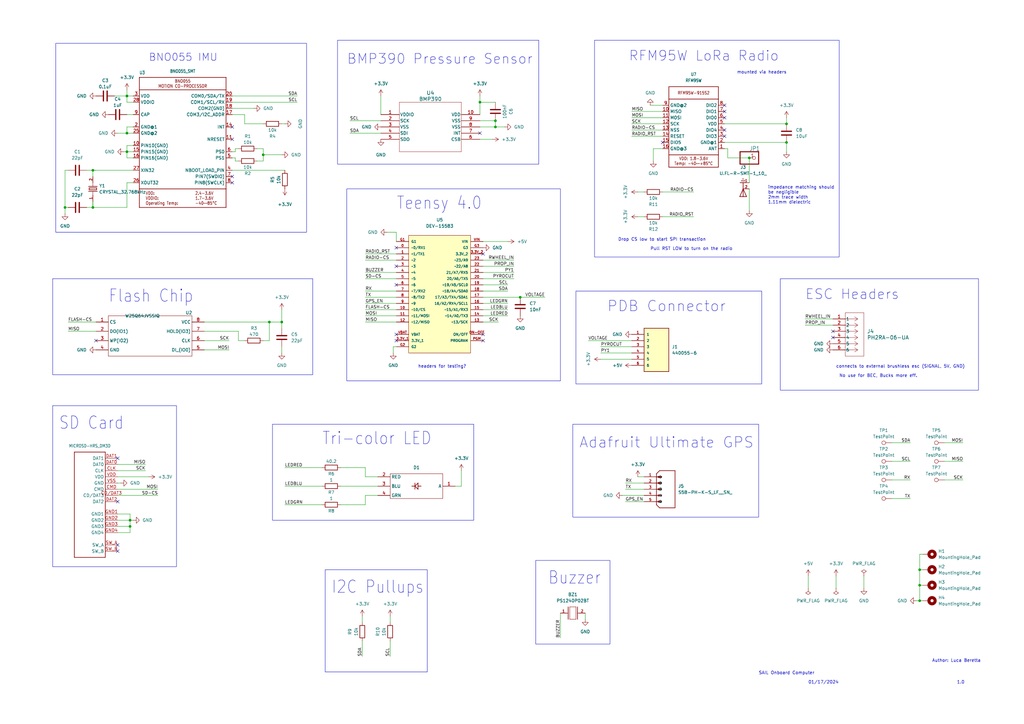
<source format=kicad_sch>
(kicad_sch (version 20230121) (generator eeschema)
  (paper "A3")
  (junction (at 307.34 64.77))
  (junction (at 52.07 62.23))
  (junction (at 213.36 121.92))
  (junction (at 26.67 85.09))
  (junction (at 52.07 54.61))
  (junction (at 115.57 132.08))
  (junction (at 322.58 58.42))
  (junction (at 110.49 132.08))
  (junction (at 196.85 41.91))
  (junction (at 377.19 246.38))
  (junction (at 53.34 215.9))
  (junction (at 38.1 69.85))
  (junction (at 377.19 233.68))
  (junction (at 107.95 63.5))
  (junction (at 203.2 49.53))
  (junction (at 203.2 52.07))
  (junction (at 322.58 50.8))
  (junction (at 53.34 213.36))
  (junction (at 377.19 240.03))
  (junction (at 52.07 39.37))
  (junction (at 38.1 85.09))
  (no_connect (at 162.56 137.16))
  (no_connect (at 297.18 43.18))
  (no_connect (at 95.25 72.39))
  (no_connect (at 196.85 54.61))
  (no_connect (at 95.25 74.93))
  (no_connect (at 48.26 187.96))
  (no_connect (at 162.56 101.6))
  (no_connect (at 297.18 53.34))
  (no_connect (at 95.25 52.07))
  (no_connect (at 39.37 139.7))
  (no_connect (at 162.56 116.84))
  (no_connect (at 297.18 55.88))
  (no_connect (at 48.26 226.06))
  (no_connect (at 95.25 57.15))
  (no_connect (at 341.63 138.43))
  (no_connect (at 341.63 135.89))
  (no_connect (at 198.12 137.16))
  (no_connect (at 297.18 45.72))
  (no_connect (at 297.18 48.26))
  (no_connect (at 48.26 223.52))
  (no_connect (at 48.26 205.74))
  (no_connect (at 162.56 139.7))
  (no_connect (at 198.12 139.7))
  (no_connect (at 162.56 109.22))
  (no_connect (at 198.12 104.14))
  (no_connect (at 271.78 58.42))
  (wire (pts (xy 54.61 213.36) (xy 53.34 213.36)))
  (wire (pts (xy 373.38 181.61) (xy 365.76 181.61)))
  (wire (pts (xy 394.97 189.23) (xy 387.35 189.23)))
  (wire (pts (xy 210.82 114.3) (xy 198.12 114.3)))
  (wire (pts (xy 52.07 62.23) (xy 54.61 62.23)))
  (wire (pts (xy 38.1 82.55) (xy 38.1 85.09)))
  (wire (pts (xy 297.18 50.8) (xy 322.58 50.8)))
  (wire (pts (xy 48.26 215.9) (xy 53.34 215.9)))
  (wire (pts (xy 38.1 82.55) (xy 38.1 85.09)) (stroke (width 0.1524)))
  (wire (pts (xy 139.7 191.77) (xy 142.24 191.77)))
  (wire (pts (xy 259.08 53.34) (xy 271.78 53.34)))
  (wire (pts (xy 149.86 106.68) (xy 162.56 106.68)))
  (wire (pts (xy 149.86 195.58) (xy 154.94 195.58)) (stroke (width 0.1524)))
  (wire (pts (xy 148.59 269.24) (xy 148.59 265.43)) (stroke (width 0.1524)))
  (wire (pts (xy 27.94 85.09) (xy 26.67 85.09)) (stroke (width 0.1524)))
  (wire (pts (xy 240.03 251.46) (xy 240.03 254)) (stroke (width 0.1524)))
  (wire (pts (xy 64.77 203.2) (xy 48.26 203.2)))
  (wire (pts (xy 213.36 121.92) (xy 223.52 121.92)))
  (wire (pts (xy 259.08 55.88) (xy 271.78 55.88)))
  (wire (pts (xy 96.52 66.04) (xy 97.79 66.04)))
  (wire (pts (xy 161.29 142.24) (xy 162.56 142.24)))
  (wire (pts (xy 354.33 236.22) (xy 354.33 241.3)))
  (wire (pts (xy 115.57 50.8) (xy 116.84 50.8)))
  (wire (pts (xy 208.28 119.38) (xy 198.12 119.38)))
  (wire (pts (xy 59.69 190.5) (xy 48.26 190.5)))
  (wire (pts (xy 149.86 191.77) (xy 149.86 195.58)) (stroke (width 0.1524)))
  (wire (pts (xy 198.12 121.92) (xy 213.36 121.92)))
  (wire (pts (xy 284.48 88.9) (xy 271.78 88.9)))
  (wire (pts (xy 116.84 199.39) (xy 132.08 199.39)) (stroke (width 0.1524)))
  (wire (pts (xy 100.33 50.8) (xy 100.33 46.99)))
  (wire (pts (xy 53.34 218.44) (xy 48.26 218.44)))
  (wire (pts (xy 256.54 205.74) (xy 264.16 205.74)))
  (wire (pts (xy 96.52 62.23) (xy 95.25 62.23)))
  (wire (pts (xy 148.59 262.89) (xy 148.59 265.43)))
  (wire (pts (xy 297.18 58.42) (xy 322.58 58.42)))
  (wire (pts (xy 83.82 135.89) (xy 97.79 135.89)))
  (wire (pts (xy 149.86 111.76) (xy 162.56 111.76)))
  (wire (pts (xy 96.52 60.96) (xy 96.52 62.23)))
  (wire (pts (xy 26.67 69.85) (xy 27.94 69.85)))
  (wire (pts (xy 210.82 111.76) (xy 198.12 111.76)))
  (wire (pts (xy 261.62 195.58) (xy 264.16 195.58)))
  (wire (pts (xy 139.7 207.01) (xy 142.24 207.01)))
  (wire (pts (xy 149.86 114.3) (xy 162.56 114.3)))
  (wire (pts (xy 48.26 210.82) (xy 53.34 210.82)))
  (wire (pts (xy 259.08 50.8) (xy 271.78 50.8)))
  (wire (pts (xy 255.27 203.2) (xy 264.16 203.2)))
  (wire (pts (xy 35.56 69.85) (xy 38.1 69.85)))
  (wire (pts (xy 394.97 196.85) (xy 387.35 196.85)))
  (wire (pts (xy 149.86 203.2) (xy 154.94 203.2)) (stroke (width 0.1524)))
  (wire (pts (xy 149.86 129.54) (xy 162.56 129.54)))
  (wire (pts (xy 116.84 207.01) (xy 132.08 207.01)) (stroke (width 0.1524)))
  (wire (pts (xy 93.98 139.7) (xy 83.82 139.7)))
  (wire (pts (xy 160.02 255.27) (xy 160.02 252.73)) (stroke (width 0.1524)))
  (wire (pts (xy 297.18 60.96) (xy 298.45 60.96)))
  (wire (pts (xy 50.8 62.23) (xy 52.07 62.23)))
  (wire (pts (xy 53.34 213.36) (xy 53.34 215.9)))
  (wire (pts (xy 52.07 52.07) (xy 52.07 54.61)))
  (wire (pts (xy 196.85 52.07) (xy 203.2 52.07)))
  (wire (pts (xy 27.94 135.89) (xy 39.37 135.89)))
  (wire (pts (xy 52.07 39.37) (xy 52.07 41.91)) (stroke (width 0.1524)))
  (wire (pts (xy 256.54 198.12) (xy 264.16 198.12)))
  (wire (pts (xy 26.67 69.85) (xy 26.67 85.09)) (stroke (width 0.1524)))
  (wire (pts (xy 96.52 64.77) (xy 95.25 64.77)))
  (wire (pts (xy 38.1 69.85) (xy 54.61 69.85)))
  (wire (pts (xy 59.69 193.04) (xy 48.26 193.04)))
  (wire (pts (xy 261.62 88.9) (xy 264.16 88.9)))
  (wire (pts (xy 373.38 189.23) (xy 365.76 189.23)))
  (wire (pts (xy 52.07 36.83) (xy 52.07 39.37)) (stroke (width 0.1524)))
  (wire (pts (xy 158.75 95.25) (xy 162.56 95.25)))
  (wire (pts (xy 149.86 124.46) (xy 162.56 124.46)))
  (wire (pts (xy 330.2 130.81) (xy 341.63 130.81)))
  (wire (pts (xy 208.28 127) (xy 198.12 127)))
  (wire (pts (xy 115.57 127) (xy 115.57 132.08)))
  (wire (pts (xy 54.61 52.07) (xy 52.07 52.07)))
  (wire (pts (xy 208.28 124.46) (xy 198.12 124.46)))
  (wire (pts (xy 52.07 46.99) (xy 54.61 46.99)))
  (wire (pts (xy 149.86 119.38) (xy 162.56 119.38)))
  (wire (pts (xy 110.49 132.08) (xy 115.57 132.08)) (stroke (width 0.1524)))
  (wire (pts (xy 54.61 64.77) (xy 52.07 64.77)))
  (wire (pts (xy 196.85 41.91) (xy 203.2 41.91)))
  (wire (pts (xy 377.19 233.68) (xy 377.19 227.33)))
  (wire (pts (xy 97.79 139.7) (xy 97.79 135.89)))
  (wire (pts (xy 142.24 199.39) (xy 154.94 199.39)) (stroke (width 0.1524)))
  (wire (pts (xy 104.14 44.45) (xy 95.25 44.45)))
  (wire (pts (xy 107.95 60.96) (xy 107.95 63.5)))
  (wire (pts (xy 52.07 54.61) (xy 54.61 54.61)))
  (wire (pts (xy 149.86 104.14) (xy 162.56 104.14)))
  (wire (pts (xy 53.34 215.9) (xy 53.34 218.44)))
  (wire (pts (xy 110.49 139.7) (xy 110.49 132.08)) (stroke (width 0.1524)))
  (wire (pts (xy 53.34 210.82) (xy 53.34 213.36)))
  (wire (pts (xy 378.46 246.38) (xy 377.19 246.38)))
  (wire (pts (xy 48.26 213.36) (xy 53.34 213.36)))
  (wire (pts (xy 377.19 233.68) (xy 377.19 240.03)))
  (wire (pts (xy 256.54 200.66) (xy 264.16 200.66)))
  (wire (pts (xy 208.28 99.06) (xy 198.12 99.06)))
  (wire (pts (xy 121.92 39.37) (xy 95.25 39.37)))
  (wire (pts (xy 267.97 60.96) (xy 271.78 60.96)))
  (wire (pts (xy 142.24 191.77) (xy 149.86 191.77)) (stroke (width 0.1524)))
  (wire (pts (xy 54.61 41.91) (xy 52.07 41.91)) (stroke (width 0.1524)))
  (wire (pts (xy 139.7 199.39) (xy 142.24 199.39)))
  (wire (pts (xy 38.1 72.39) (xy 38.1 69.85)) (stroke (width 0.1524)))
  (wire (pts (xy 298.45 60.96) (xy 298.45 64.77)))
  (wire (pts (xy 203.2 52.07) (xy 203.2 49.53)))
  (wire (pts (xy 203.2 49.53) (xy 196.85 49.53)))
  (wire (pts (xy 142.24 207.01) (xy 149.86 207.01)) (stroke (width 0.1524)))
  (wire (pts (xy 97.79 139.7) (xy 100.33 139.7)))
  (wire (pts (xy 38.1 85.09) (xy 52.07 85.09)))
  (wire (pts (xy 46.99 39.37) (xy 52.07 39.37)) (stroke (width 0.1524)))
  (wire (pts (xy 342.9 236.22) (xy 342.9 241.3)))
  (wire (pts (xy 107.95 63.5) (xy 107.95 66.04)))
  (wire (pts (xy 207.01 52.07) (xy 203.2 52.07)))
  (wire (pts (xy 210.82 109.22) (xy 198.12 109.22)))
  (wire (pts (xy 60.96 195.58) (xy 48.26 195.58)))
  (wire (pts (xy 116.84 191.77) (xy 132.08 191.77)) (stroke (width 0.1524)))
  (wire (pts (xy 27.94 132.08) (xy 39.37 132.08)))
  (wire (pts (xy 204.47 132.08) (xy 198.12 132.08)))
  (wire (pts (xy 149.86 132.08) (xy 162.56 132.08)))
  (wire (pts (xy 35.56 85.09) (xy 38.1 85.09)) (stroke (width 0.1524)))
  (wire (pts (xy 93.98 143.51) (xy 83.82 143.51)))
  (wire (pts (xy 394.97 181.61) (xy 387.35 181.61)))
  (wire (pts (xy 196.85 41.91) (xy 196.85 46.99)))
  (wire (pts (xy 26.67 85.09) (xy 26.67 87.63)) (stroke (width 0.1524)))
  (wire (pts (xy 52.07 62.23) (xy 52.07 64.77)))
  (wire (pts (xy 284.48 78.74) (xy 271.78 78.74)))
  (wire (pts (xy 330.2 133.35) (xy 341.63 133.35)))
  (wire (pts (xy 52.07 59.69) (xy 52.07 62.23)))
  (wire (pts (xy 210.82 106.68) (xy 198.12 106.68)))
  (wire (pts (xy 107.95 50.8) (xy 100.33 50.8)))
  (wire (pts (xy 143.51 54.61) (xy 156.21 54.61)))
  (wire (pts (xy 148.59 255.27) (xy 148.59 252.73)) (stroke (width 0.1524)))
  (wire (pts (xy 261.62 78.74) (xy 264.16 78.74)))
  (wire (pts (xy 48.26 54.61) (xy 52.07 54.61)))
  (wire (pts (xy 373.38 196.85) (xy 365.76 196.85)))
  (wire (pts (xy 96.52 66.04) (xy 96.52 64.77)))
  (wire (pts (xy 229.87 251.46) (xy 229.87 261.62)) (stroke (width 0.1524)))
  (wire (pts (xy 161.29 144.78) (xy 161.29 142.24)))
  (wire (pts (xy 156.21 39.37) (xy 156.21 46.99)))
  (wire (pts (xy 201.93 57.15) (xy 196.85 57.15)))
  (wire (pts (xy 107.95 139.7) (xy 110.49 139.7)) (stroke (width 0.1524)))
  (wire (pts (xy 298.45 64.77) (xy 307.34 64.77)))
  (wire (pts (xy 107.95 63.5) (xy 115.57 63.5)))
  (wire (pts (xy 100.33 46.99) (xy 95.25 46.99)))
  (wire (pts (xy 365.76 204.47) (xy 373.38 204.47)))
  (wire (pts (xy 107.95 66.04) (xy 105.41 66.04)))
  (wire (pts (xy 246.38 147.32) (xy 259.08 147.32)))
  (wire (pts (xy 83.82 132.08) (xy 110.49 132.08)) (stroke (width 0.1524)))
  (wire (pts (xy 105.41 60.96) (xy 107.95 60.96)))
  (wire (pts (xy 115.57 144.78) (xy 115.57 142.24)))
  (wire (pts (xy 266.7 43.18) (xy 271.78 43.18)))
  (wire (pts (xy 52.07 74.93) (xy 52.07 85.09)) (stroke (width 0.1524)))
  (wire (pts (xy 115.57 132.08) (xy 115.57 134.62)) (stroke (width 0.1524)))
  (wire (pts (xy 322.58 48.26) (xy 322.58 50.8)))
  (wire (pts (xy 259.08 48.26) (xy 271.78 48.26)))
  (wire (pts (xy 377.19 233.68) (xy 378.46 233.68)))
  (wire (pts (xy 331.47 241.3) (xy 331.47 236.22)))
  (wire (pts (xy 189.23 193.04) (xy 189.23 199.39)))
  (wire (pts (xy 208.28 116.84) (xy 198.12 116.84)))
  (wire (pts (xy 52.07 74.93) (xy 54.61 74.93)) (stroke (width 0.1524)))
  (wire (pts (xy 97.79 60.96) (xy 96.52 60.96)))
  (wire (pts (xy 246.38 144.78) (xy 259.08 144.78)))
  (wire (pts (xy 307.34 64.77) (xy 307.34 74.93)))
  (wire (pts (xy 307.34 77.47) (xy 307.34 86.36)))
  (wire (pts (xy 189.23 199.39) (xy 186.69 199.39)))
  (wire (pts (xy 246.38 142.24) (xy 259.08 142.24)))
  (wire (pts (xy 38.1 69.85) (xy 39.37 69.85)) (stroke (width 0.1524)))
  (wire (pts (xy 196.85 39.37) (xy 196.85 41.91)))
  (wire (pts (xy 49.53 198.12) (xy 48.26 198.12)))
  (wire (pts (xy 149.86 127) (xy 162.56 127)))
  (wire (pts (xy 54.61 59.69) (xy 52.07 59.69)))
  (wire (pts (xy 149.86 121.92) (xy 162.56 121.92)))
  (wire (pts (xy 259.08 45.72) (xy 271.78 45.72)))
  (wire (pts (xy 208.28 129.54) (xy 198.12 129.54)))
  (wire (pts (xy 149.86 207.01) (xy 149.86 203.2)) (stroke (width 0.1524)))
  (wire (pts (xy 267.97 60.96) (xy 267.97 66.04)))
  (wire (pts (xy 143.51 49.53) (xy 156.21 49.53)))
  (wire (pts (xy 121.92 41.91) (xy 95.25 41.91)))
  (wire (pts (xy 378.46 227.33) (xy 377.19 227.33)))
  (wire (pts (xy 160.02 262.89) (xy 160.02 269.24)))
  (wire (pts (xy 377.19 240.03) (xy 377.19 246.38)))
  (wire (pts (xy 322.58 58.42) (xy 322.58 62.23)))
  (wire (pts (xy 162.56 95.25) (xy 162.56 99.06)))
  (wire (pts (xy 95.25 69.85) (xy 116.84 69.85)))
  (wire (pts (xy 378.46 240.03) (xy 377.19 240.03)))
  (wire (pts (xy 54.61 39.37) (xy 52.07 39.37)) (stroke (width 0.1524)))
  (wire (pts (xy 64.77 200.66) (xy 48.26 200.66)))
  (wire (pts (xy 377.19 246.38) (xy 375.92 246.38)))
  (wire (pts (xy 241.3 139.7) (xy 259.08 139.7)))
  (rectangle (start 133.35 233.68) (end 175.26 275.59))
  (rectangle (start 236.22 119.38) (end 312.42 157.48))
  (rectangle (start 21.59 114.3) (end 128.27 153.67))
  (rectangle (start 22.86 17.78) (end 125.73 95.25))
  (rectangle (start 320.04 114.3) (end 401.32 160.02))
  (rectangle (start 142.24 77.47) (end 229.87 156.21))
  (rectangle (start 219.71 229.87) (end 250.19 264.16))
  (rectangle (start 111.76 173.99) (end 194.31 213.36))
  (rectangle (start 234.95 173.99) (end 311.15 212.09))
  (rectangle (start 243.84 16.51) (end 344.17 105.41))
  (rectangle (start 138.43 16.51) (end 220.98 67.31))
  (rectangle (start 21.59 166.37) (end 72.39 232.41))
  (text "headers for testing?" (at 171.45 151.13 0) (effects (font (size 1.27 1.27)) (justify left bottom)))
  (text "Flash Chip" (at 44.45 124.46 0) (effects (font (size 5.08 4.318)) (justify left bottom)))
  (text "BMP390 Pressure Sensor" (at 142.24 26.67 0) (effects (font (size 4 4)) (justify left bottom)))
  (text "Teensy 4.0" (at 162.56 86.36 0) (effects (font (size 5.08 4.318)) (justify left bottom)))
  (text "Author: Luca Beretta" (at 382.27 271.78 0) (effects (font (size 1.27 1.27)) (justify left bottom)))
  (text "Buzzer" (at 224.79 240.03 0) (effects (font (size 5.08 4.318)) (justify left bottom)))
  (text "connects to external brushless esc (SIGNAL, 5V, GND)\n" (at 342.9 151.13 0) (effects (font (size 1.27 1.27)) (justify left bottom)))
  (text "SD Card" (at 24.13 176.53 0) (effects (font (size 5.08 4.318)) (justify left bottom)))
  (text "01/17/2024" (at 331.47 280.67 0) (effects (font (size 1.27 1.27)) (justify left bottom)))
  (text "Drop CS low to start SPI transaction" (at 289.56 99.06 0) (effects (font (size 1.27 1.27)) (justify right bottom)))
  (text "ESC Headers" (at 330.2 123.19 0) (effects (font (size 4 4)) (justify left bottom)))
  (text "1.0" (at 392.43 280.67 0) (effects (font (size 1.27 1.27)) (justify left bottom)))
  (text "PDB Connector" (at 248.92 128.27 0) (effects (font (size 4.318 4.318)) (justify left bottom)))
  (text "BNO055 IMU\n" (at 60.96 25.4 0) (effects (font (size 3 3)) (justify left bottom)))
  (text "SAIL Onboard Computer\n" (at 311.15 276.86 0) (effects (font (size 1.27 1.27)) (justify left bottom)))
  (text "RFM95W LoRa Radio" (at 257.81 25.4 0) (effects (font (size 4 4)) (justify left bottom)))
  (text "mounted via headers" (at 302.26 30.48 0) (effects (font (size 1.27 1.27)) (justify left bottom)))
  (text "impedance matching should\nbe negligible\n2mm trace width\n1.11mm dielectric" (at 314.96 83.82 0) (effects (font (size 1.27 1.27)) (justify left bottom)))
  (text "No use for BEC, Bucks more eff." (at 344.17 154.94 0) (effects (font (size 1.27 1.27)) (justify left bottom)))
  (text "Pull RST LOW to turn on the radio" (at 266.7 102.87 0) (effects (font (size 1.27 1.27)) (justify left bottom)))
  (text "Adafruit Ultimate GPS \n" (at 237.49 184.15 0) (effects (font (size 4.318 4.318)) (justify left bottom)))
  (text "I2C Pullups" (at 135.89 243.84 0) (effects (font (size 5.08 4.318)) (justify left bottom)))
  (text "Tri-color LED" (at 132.08 182.88 0) (effects (font (size 5.08 4.318)) (justify left bottom)))
  (label "SDA" (at 208.28 119.38 180))
  (label "MISO" (at 259.08 45.72 0) (effects (font (size 1.2446 1.2446))))
  (label "SCK" (at 93.98 139.7 180) (effects (font (size 1.2446 1.2446))))
  (label "RX" (at 373.38 196.85 180) (effects (font (size 1.2446 1.2446))))
  (label "PYROCUT" (at 246.38 142.24 0))
  (label "LEDGRN" (at 116.84 207.01 0) (effects (font (size 1.2446 1.2446))))
  (label "RADIO-CS" (at 259.08 53.34 0) (effects (font (size 1.2446 1.2446))))
  (label "LEDBLU" (at 208.28 127 180) (effects (font (size 1.2446 1.2446))))
  (label "RADIO_RST" (at 284.48 88.9 180) (effects (font (size 1.2446 1.2446))))
  (label "FLASH-CS" (at 149.86 127 0))
  (label "SCK" (at 394.97 196.85 180) (effects (font (size 1.2446 1.2446))))
  (label "MISO" (at 394.97 189.23 180) (effects (font (size 1.2446 1.2446))))
  (label "PROP_IN" (at 330.2 133.35 0))
  (label "VOLTAGE" (at 241.3 139.7 0) (effects (font (size 1.2446 1.2446))))
  (label "TX" (at 149.86 121.92 0))
  (label "RWHEEL_IN" (at 330.2 130.81 0))
  (label "RADIO-CS" (at 284.48 78.74 180) (effects (font (size 1.2446 1.2446))))
  (label "TX" (at 256.54 200.66 0) (effects (font (size 1.2446 1.2446))))
  (label "MOSI" (at 394.97 181.61 180) (effects (font (size 1.2446 1.2446))))
  (label "PY1" (at 246.38 144.78 0))
  (label "MOSI" (at 93.98 143.51 180) (effects (font (size 1.2446 1.2446))))
  (label "BUZZER" (at 229.87 261.62 90) (effects (font (size 1.2446 1.2446))))
  (label "RWHEEL_IN" (at 210.82 106.68 180))
  (label "PYROCUT" (at 210.82 114.3 180))
  (label "SDA" (at 143.51 54.61 0) (effects (font (size 1.2446 1.2446))))
  (label "PY1" (at 210.82 111.76 180))
  (label "MOSI" (at 64.77 200.66 180) (effects (font (size 1.2446 1.2446))))
  (label "MISO" (at 59.69 190.5 180))
  (label "RADIO_RST" (at 149.86 104.14 0))
  (label "LEDRED" (at 208.28 129.54 180) (effects (font (size 1.2446 1.2446))))
  (label "SCK" (at 259.08 50.8 0) (effects (font (size 1.2446 1.2446))))
  (label "VOLTAGE" (at 223.52 121.92 180))
  (label "SD-CS" (at 64.77 203.2 180) (effects (font (size 1.2446 1.2446))))
  (label "MISO" (at 149.86 132.08 0))
  (label "SCL" (at 143.51 49.53 0) (effects (font (size 1.2446 1.2446))))
  (label "LEDRED" (at 116.84 191.77 0) (effects (font (size 1.2446 1.2446))))
  (label "FLASH-CS" (at 27.94 132.08 0) (effects (font (size 1.2446 1.2446))))
  (label "SCL" (at 160.02 269.24 90) (effects (font (size 1.2446 1.2446))))
  (label "LEDBLU" (at 116.84 199.39 0) (effects (font (size 1.2446 1.2446))))
  (label "RX" (at 149.86 119.38 0))
  (label "GPS_EN" (at 256.54 205.74 0) (effects (font (size 1.2446 1.2446))))
  (label "SCK" (at 204.47 132.08 180))
  (label "MOSI" (at 259.08 48.26 0) (effects (font (size 1.2446 1.2446))))
  (label "MISO" (at 27.94 135.89 0) (effects (font (size 1.2446 1.2446))))
  (label "SD-CS" (at 149.86 114.3 0) (effects (font (size 1.2446 1.2446))))
  (label "TX" (at 373.38 204.47 180) (effects (font (size 1.2446 1.2446))))
  (label "PROP_IN" (at 210.82 109.22 180))
  (label "SCL" (at 373.38 189.23 180) (effects (font (size 1.2446 1.2446))))
  (label "SCK" (at 59.69 193.04 180))
  (label "SCL" (at 121.92 41.91 180) (effects (font (size 1.2446 1.2446))))
  (label "SCL" (at 208.28 116.84 180))
  (label "LEDGRN" (at 208.28 124.46 180) (effects (font (size 1.2446 1.2446))))
  (label "SDA" (at 121.92 39.37 180) (effects (font (size 1.2446 1.2446))))
  (label "SDA" (at 148.59 269.24 90) (effects (font (size 1.2446 1.2446))))
  (label "RADIO-CS" (at 149.86 106.68 0))
  (label "MOSI" (at 149.86 129.54 0))
  (label "BUZZER" (at 149.86 111.76 0) (effects (font (size 1.2446 1.2446))))
  (label "RADIO_RST" (at 259.08 55.88 0) (effects (font (size 1.2446 1.2446))))
  (label "SDA" (at 373.38 181.61 180) (effects (font (size 1.2446 1.2446))))
  (label "RX" (at 256.54 198.12 0) (effects (font (size 1.2446 1.2446))))
  (label "GPS_EN" (at 149.86 124.46 0) (effects (font (size 1.2446 1.2446))))
  (symbol (lib_id "power:+3.3V") (at 116.84 77.47 180) (unit 1)
    (property "Reference" "#PWR016" (effects hide))
    (property "Value" "+3.3V" (at 116.84 83.82 0))
  )
  (symbol (lib_id "Device:R") (at 267.97 88.9 90) (unit 1)
    (property "Reference" "R12" (at 267.97 93.98 90))
    (property "Value" "10k" (at 267.97 91.44 90))
    (property "Footprint" "CustomFootprintLib:0805-NO-Resistor" (effects hide))
    (property "Datasheet" "https://www.seielect.com/catalog/sei-rmcf_rmcp.pdf" (effects hide))
    (property "Distributor" "DigiKey" (effects hide))
    (property "Item #" "15" (effects hide))
    (property "Manufacturer" "Stackpole Electronics Inc" (effects hide))
    (property "Mfg Part #" "RMCF0805FT10K0" (effects hide))
    (property "Package/Footprint" "0805" (effects hide))
    (property "Price" "$0.10" (effects hide))
    (property "Product URL" "https://www.digikey.com/en/products/detail/stackpole-electronics-inc/RMCF0805FT10K0/1760676" (effects hide))
    (property "Type" "SMD" (effects hide))
  )
  (symbol (lib_id "power:GND") (at 322.58 62.23 0) (mirror y) (unit 1)
    (property "Reference" "#PWR043" (effects hide))
    (property "Value" "GND" (at 322.58 67.31 0))
  )
  (symbol (lib_id "power:GND") (at 259.08 137.16 270) (unit 1)
    (property "Reference" "#PWR033" (effects hide))
    (property "Value" "GND" (at 255.27 137.16 90) (effects (justify right)))
  )
  (symbol (lib_id "CustomComponents:440055-6_6POS_2MM") (at 269.24 144.78 0) (unit 1)
    (property "Reference" "J1" (at 275.59 142.24 0) (effects (justify left)))
    (property "Value" "440055-6" (at 275.59 144.78 0) (effects (justify left)))
    (property "Footprint" "CustomFootprintLib:TE_440055-6_6POS_2MM" (effects hide))
    (property "Datasheet" "https://www.te.com/usa-en/product-440055-6.datasheet.pdf" (effects hide))
    (property "Distributor" "DigiKey" (effects hide))
    (property "Item #" "10" (effects hide))
    (property "Manufacturer" "TE Connectivity AMP Connectors" (effects hide))
    (property "Mfg Part #" "440055-6" (effects hide))
    (property "Price" "$0.41" (effects hide))
    (property "Product URL" "https://www.digikey.com/en/products/detail/te-connectivity-amp-connectors/440055-6/2077950" (effects hide))
    (property "Type" "THT" (effects hide))
  )
  (symbol (lib_id "power:+3.3V") (at 201.93 57.15 270) (unit 1)
    (property "Reference" "#PWR027" (effects hide))
    (property "Value" "+3.3V" (at 205.74 57.15 90) (effects (justify left)))
  )
  (symbol (lib_id "Device:C") (at 115.57 138.43 0) (unit 1)
    (property "Reference" "C5" (at 119.38 137.16 0) (effects (justify left)))
    (property "Value" "22pF" (at 119.38 139.7 0) (effects (justify left)))
    (property "Footprint" "CustomFootprintLib:0805-NO (Capacitor)" (effects hide))
    (property "Datasheet" "https://mm.digikey.com/Volume0/opasdata/d220001/medias/docus/41/CL21C220JBANNNC_Spec.pdf" (effects hide))
    (property "Distributor" "DigiKey" (effects hide))
    (property "Item #" "2" (effects hide))
    (property "Manufacturer" "Samsung Electro-Mechanics" (effects hide))
    (property "Mfg Part #" "CL21C220JBANNNC" (effects hide))
    (property "Package/Footprint" "0805" (effects hide))
    (property "Price" "$0.10" (effects hide))
    (property "Product URL" "https://www.digikey.com/en/products/detail/samsung-electro-mechanics/CL21C220JBANNNC/3886705" (effects hide))
    (property "Type" "SMD" (effects hide))
  )
  (symbol (lib_id "CustomComponents:HEADER-1X1ROUND") (at 309.88 64.77 0) (unit 1)
    (property "Reference" "JP1" (at 307.34 60.96 0) (effects (font (size 1.778 1.5113)) (justify left)))
    (property "Value" "HEADER-1X1ROUND" (effects hide))
    (property "Footprint" "CustomFootprintLib:1X01_ROUND" (effects hide))
    (property "Datasheet" "-" (effects hide))
    (property "Distributor" "-" (effects hide))
    (property "Item #" "14" (effects hide))
    (property "Manufacturer" "-" (effects hide))
    (property "Mfg Part #" "-" (effects hide))
    (property "Notes" "-" (effects hide))
    (property "Package/Footprint" "-" (effects hide))
    (property "Price" "-" (effects hide))
    (property "Product URL" "-" (effects hide))
    (property "Type" "-" (effects hide))
  )
  (symbol (lib_id "power:GND") (at 198.12 101.6 90) (unit 1)
    (property "Reference" "#PWR026" (effects hide))
    (property "Value" "GND" (at 201.93 101.6 90) (effects (justify right)))
  )
  (symbol (lib_id "Device:C") (at 322.58 54.61 180) (unit 1)
    (property "Reference" "C8" (at 326.39 53.34 0) (effects (justify right)))
    (property "Value" "10uF" (at 326.39 55.88 0) (effects (justify right)))
    (property "Footprint" "CustomFootprintLib:0805-NO (Capacitor)" (effects hide))
    (property "Datasheet" "https://product.tdk.com/system/files/dam/doc/product/capacitor/ceramic/mlcc/catalog/mlcc_commercial_general_en.pdf" (effects hide))
    (property "Distributor" "DigiKey" (effects hide))
    (property "Item #" "7" (effects hide))
    (property "Manufacturer" "TDK Corporation" (effects hide))
    (property "Mfg Part #" "C2012X5R1V106K125AC" (effects hide))
    (property "Package/Footprint" "0805" (effects hide))
    (property "Price" "$0.66" (effects hide))
    (property "Product URL" "https://www.digikey.com/en/products/detail/tdk-corporation/C2012X5R1V106K125AC/3951654" (effects hide))
    (property "Type" "SMD" (effects hide))
  )
  (symbol (lib_id "power:GND") (at 39.37 39.37 270) (unit 1)
    (property "Reference" "#PWR02" (effects hide))
    (property "Value" "GND" (at 35.56 39.37 90) (effects (justify right)))
  )
  (symbol (lib_id "Connector:TestPoint") (at 387.35 196.85 90) (unit 1)
    (property "Reference" "TP7" (at 384.048 191.77 90))
    (property "Value" "TestPoint" (at 384.048 194.31 90))
    (property "Footprint" "TestPoint:TestPoint_Pad_2.0x2.0mm" (effects hide))
    (property "Distributor" "-" (effects hide))
    (property "Item #" "20" (effects hide))
    (property "Manufacturer" "-" (effects hide))
    (property "Mfg Part #" "-" (effects hide))
    (property "Notes" "TestPoint" (effects hide))
    (property "Package/Footprint" "-" (effects hide))
    (property "Price" "-" (effects hide))
    (property "Product URL" "-" (effects hide))
  )
  (symbol (lib_id "power:GND") (at 115.57 144.78 0) (unit 1)
    (property "Reference" "#PWR014" (effects hide))
    (property "Value" "GND" (at 115.57 149.86 0))
  )
  (symbol (lib_id "power:GND") (at 115.57 63.5 90) (unit 1)
    (property "Reference" "#PWR012" (effects hide))
    (property "Value" "GND" (at 119.38 63.5 90) (effects (justify right)))
  )
  (symbol (lib_id "CustomComponents:U.FL-R-SMT-1_10_") (at 304.8 77.47 180) (unit 1)
    (property "Reference" "J3" (at 304.8 68.58 0))
    (property "Value" "U.FL-R-SMT-1_10_" (at 304.8 71.12 0))
    (property "Footprint" "CustomFootprintLib:CONN1_UFL-R_HIR" (effects hide))
    (property "Datasheet" "https://mm.digikey.com/Volume0/opasdata/d220001/medias/docus/4832/EDC3-302540-10.tif.pdf" (effects hide))
    (property "Distributor" "DigiKey" (effects hide))
    (property "Item #" "11" (effects hide))
    (property "Manufacturer" "Hirose Electric Co Ltd" (effects hide))
    (property "Mfg Part #" "U.FL-R-SMT-1(10)" (effects hide))
    (property "Price" "$1.35" (effects hide))
    (property "Product URL" "https://www.digikey.com/en/products/detail/hirose-electric-co-ltd/U-FL-R-SMT-1-10/2391570" (effects hide))
    (property "Type" "SMD" (effects hide))
  )
  (symbol (lib_id "power:+3.3V") (at 189.23 193.04 0) (unit 1)
    (property "Reference" "#PWR024" (effects hide))
    (property "Value" "+3.3V" (at 189.23 187.96 0))
  )
  (symbol (lib_id "power:GND") (at 48.26 54.61 270) (unit 1)
    (property "Reference" "#PWR05" (effects hide))
    (property "Value" "GND" (at 44.45 54.61 90) (effects (justify right)))
  )
  (symbol (lib_id "CustomComponents:Diffused_RGB_(tri-color)_LED_-_Common_Anode") (at 160.02 185.42 0) (unit 1)
    (property "Reference" "D1" (at 170.815 191.77 0))
    (property "Value" "TRI-COLOR LED" (effects hide))
    (property "Footprint" "CustomFootprintLib:LED_D5.0mm-4_RGB" (effects hide))
    (property "Datasheet" "https://cdn-shop.adafruit.com/datasheets/FD-5WSRGB-A.pdf" (effects hide))
    (property "Distributor" "DigiKey" (effects hide))
    (property "Item #" "8" (effects hide))
    (property "Manufacturer" "Adafruit" (effects hide))
    (property "Mfg Part #" "159" (effects hide))
    (property "Package/Footprint" "0805" (effects hide))
    (property "Price" "$2.00" (effects hide))
    (property "Product URL" "https://www.adafruit.com/product/159" (effects hide))
    (property "Type" "THT" (effects hide))
  )
  (symbol (lib_id "Device:R") (at 160.02 259.08 180) (unit 1)
    (property "Reference" "R10" (at 154.94 259.08 90))
    (property "Value" "10k" (at 157.48 259.08 90))
    (property "Footprint" "CustomFootprintLib:0805-NO-Resistor" (effects hide))
    (property "Datasheet" "https://www.seielect.com/catalog/sei-rmcf_rmcp.pdf" (effects hide))
    (property "Distributor" "DigiKey" (effects hide))
    (property "Item #" "15" (effects hide))
    (property "Manufacturer" "Stackpole Electronics Inc" (effects hide))
    (property "Mfg Part #" "RMCF0805FT10K0" (effects hide))
    (property "Package/Footprint" "0805" (effects hide))
    (property "Price" "$0.10" (effects hide))
    (property "Product URL" "https://www.digikey.com/en/products/detail/stackpole-electronics-inc/RMCF0805FT10K0/1760676" (effects hide))
    (property "Type" "SMD" (effects hide))
  )
  (symbol (lib_id "power:GND") (at 341.63 143.51 270) (unit 1)
    (property "Reference" "#PWR046" (effects hide))
    (property "Value" "GND" (at 337.82 143.51 90) (effects (justify right)))
  )
  (symbol (lib_id "power:+5V") (at 208.28 99.06 270) (unit 1)
    (property "Reference" "#PWR029" (effects hide))
    (property "Value" "+5V" (at 212.09 99.06 90) (effects (justify left)))
  )
  (symbol (lib_id "Mechanical:MountingHole_Pad") (at 381 233.68 270) (unit 1)
    (property "Reference" "H2" (at 384.81 232.41 90) (effects (justify left)))
    (property "Value" "MountingHole_Pad" (at 384.81 234.95 90) (effects (justify left)))
    (property "Footprint" "MountingHole:MountingHole_3mm_Pad" (effects hide))
    (property "Item #" "9" (effects hide))
    (property "Manufacturer" "-" (effects hide))
    (property "Mfg Part #" "-" (effects hide))
    (property "Notes" "-" (effects hide))
    (property "Package/Footprint" "-" (effects hide))
    (property "Price" "-" (effects hide))
    (property "Product URL" "-" (effects hide))
    (property "Type" "-" (effects hide))
  )
  (symbol (lib_id "Device:C") (at 31.75 85.09 90) (unit 1)
    (property "Reference" "C2" (at 31.75 77.47 90))
    (property "Value" "22pF" (at 31.75 80.01 90))
    (property "Footprint" "CustomFootprintLib:0805-NO (Capacitor)" (effects hide))
    (property "Datasheet" "https://mm.digikey.com/Volume0/opasdata/d220001/medias/docus/41/CL21C220JBANNNC_Spec.pdf" (effects hide))
    (property "Distributor" "DigiKey" (effects hide))
    (property "Item #" "2" (effects hide))
    (property "Manufacturer" "Samsung Electro-Mechanics" (effects hide))
    (property "Mfg Part #" "CL21C220JBANNNC" (effects hide))
    (property "Package/Footprint" "0805" (effects hide))
    (property "Price" "$0.10" (effects hide))
    (property "Product URL" "https://www.digikey.com/en/products/detail/samsung-electro-mechanics/CL21C220JBANNNC/3886705" (effects hide))
    (property "Type" "SMD" (effects hide))
  )
  (symbol (lib_id "power:GND") (at 116.84 50.8 90) (unit 1)
    (property "Reference" "#PWR015" (effects hide))
    (property "Value" "GND" (at 123.19 50.8 0))
  )
  (symbol (lib_id "power:PWR_FLAG") (at 342.9 241.3 0) (mirror x) (unit 1)
    (property "Reference" "#FLG02" (effects hide))
    (property "Value" "PWR_FLAG" (at 342.9 246.38 0))
  )
  (symbol (lib_id "power:GND") (at 240.03 254 0) (unit 1)
    (property "Reference" "#PWR031" (effects hide))
    (property "Value" "GND" (at 240.03 259.08 0))
  )
  (symbol (lib_id "CustomComponents:BMP390") (at 156.21 46.99 0) (unit 1)
    (property "Reference" "U4" (at 176.53 38.1 0) (effects (font (size 1.524 1.524))))
    (property "Value" "BMP390" (at 176.53 40.64 0) (effects (font (size 1.524 1.524))))
    (property "Footprint" "CustomFootprintLib:LGA10_BMP390_BOS" (effects hide))
    (property "Datasheet" "https://www.bosch-sensortec.com/media/boschsensortec/downloads/datasheets/bst-bmp390-ds002.pdf" (effects hide))
    (property "Distributor" "DigiKey" (effects hide))
    (property "Item #" "24" (effects hide))
    (property "Manufacturer" "Bosch Sensortec" (effects hide))
    (property "Mfg Part #" "BMP390" (effects hide))
    (property "Package/Footprint" "10-WFLGA" (effects hide))
    (property "Price" "$4.12" (effects hide))
    (property "Product URL" "https://www.digikey.com/en/products/detail/bosch-sensortec/BMP390/16164575" (effects hide))
    (property "Type" "SMD" (effects hide))
  )
  (symbol (lib_id "power:GND") (at 307.34 86.36 0) (mirror y) (unit 1)
    (property "Reference" "#PWR041" (effects hide))
    (property "Value" "GND" (at 307.34 91.44 0))
  )
  (symbol (lib_id "Device:C") (at 43.18 39.37 90) (unit 1)
    (property "Reference" "C3" (at 43.18 33.02 90))
    (property "Value" "0.1uF" (at 43.18 35.56 90))
    (property "Footprint" "CustomFootprintLib:0805-NO (Capacitor)" (effects hide))
    (property "Distributor" "DigiKey" (effects hide))
    (property "Item #" "3" (effects hide))
    (property "Manufacturer" "YAGEO" (effects hide))
    (property "Mfg Part #" "CC0805KRX7R9BB104" (effects hide))
    (property "Package/Footprint" "0805" (effects hide))
    (property "Price" "$0.10" (effects hide))
    (property "Product URL" "https://www.digikey.com/en/products/detail/yageo/CC0805KRX7R9BB104/302874" (effects hide))
    (property "Type" "SMD" (effects hide))
  )
  (symbol (lib_id "CustomComponents:S5B-PH-K-S_LF__SN_") (at 269.24 200.66 0) (unit 1)
    (property "Reference" "J5" (at 278.13 199.39 0) (effects (justify left)))
    (property "Value" "S5B-PH-K-S_LF__SN_" (at 278.13 201.93 0) (effects (justify left)))
    (property "Footprint" "CustomFootprintLib:JST_S5B-PH-K-S_LF__SN_" (effects hide))
    (property "Datasheet" "https://www.jst-mfg.com/product/pdf/eng/ePH.pdf" (effects hide))
    (property "Item #" "13" (effects hide))
    (property "Manufacturer" "JST Sales America Inc." (effects hide))
    (property "Mfg Part #" "S5B-PH-K-S" (effects hide))
    (property "Price" "$0.28" (effects hide))
    (property "Product URL" "https://www.digikey.com/en/products/detail/jst-sales-america-inc/S5B-PH-K-S/926629" (effects hide))
  )
  (symbol (lib_id "CustomComponents:PS1240P02BT") (at 234.95 251.46 0) (unit 1)
    (property "Reference" "BZ1" (at 234.95 243.84 0))
    (property "Value" "PS1240P02BT" (at 234.95 246.38 0))
    (property "Footprint" "CustomFootprintLib:BUZZER_XDCR_PS1240P02BT" (effects hide))
    (property "Datasheet" "https://product.tdk.com/en/system/files?file=dam/doc/product/sw_piezo/sw_piezo/piezo-buzzer/catalog/piezoelectronic_buzzer_ps_en.pdf" (effects hide))
    (property "Distributor" "DigiKey" (effects hide))
    (property "Item #" "1" (effects hide))
    (property "Manufacturer" "TDK Corporation" (effects hide))
    (property "Mfg Part #" "PS1240P02BT" (effects hide))
    (property "Price" "$0.63" (effects hide))
    (property "Product URL" "https://www.digikey.com/en/products/detail/tdk-corporation/PS1240P02BT/935924" (effects hide))
    (property "Type" "THT" (effects hide))
  )
  (symbol (lib_id "Connector:TestPoint") (at 365.76 181.61 90) (unit 1)
    (property "Reference" "TP1" (at 362.458 176.53 90))
    (property "Value" "TestPoint" (at 362.458 179.07 90))
    (property "Footprint" "TestPoint:TestPoint_Pad_2.0x2.0mm" (effects hide))
    (property "Distributor" "-" (effects hide))
    (property "Item #" "19" (effects hide))
    (property "Manufacturer" "-" (effects hide))
    (property "Mfg Part #" "-" (effects hide))
    (property "Notes" "TestPoint" (effects hide))
    (property "Package/Footprint" "-" (effects hide))
    (property "Price" "-" (effects hide))
    (property "Product URL" "-" (effects hide))
  )
  (symbol (lib_id "power:GND") (at 104.14 44.45 90) (unit 1)
    (property "Reference" "#PWR011" (effects hide))
    (property "Value" "GND" (at 107.95 44.45 90) (effects (justify right)))
  )
  (symbol (lib_id "Connector:TestPoint") (at 365.76 189.23 90) (unit 1)
    (property "Reference" "TP2" (at 362.458 184.15 90))
    (property "Value" "TestPoint" (at 362.458 186.69 90))
    (property "Footprint" "TestPoint:TestPoint_Pad_2.0x2.0mm" (effects hide))
    (property "Distributor" "-" (effects hide))
    (property "Item #" "19" (effects hide))
    (property "Manufacturer" "-" (effects hide))
    (property "Mfg Part #" "-" (effects hide))
    (property "Notes" "TestPoint" (effects hide))
    (property "Package/Footprint" "-" (effects hide))
    (property "Price" "-" (effects hide))
    (property "Product URL" "-" (effects hide))
  )
  (symbol (lib_id "Connector:TestPoint") (at 365.76 196.85 90) (unit 1)
    (property "Reference" "TP3" (at 362.458 191.77 90))
    (property "Value" "TestPoint" (at 362.458 194.31 90))
    (property "Footprint" "TestPoint:TestPoint_Pad_2.0x2.0mm" (effects hide))
    (property "Distributor" "-" (effects hide))
    (property "Item #" "19" (effects hide))
    (property "Manufacturer" "-" (effects hide))
    (property "Mfg Part #" "-" (effects hide))
    (property "Notes" "TestPoint" (effects hide))
    (property "Package/Footprint" "-" (effects hide))
    (property "Price" "-" (effects hide))
    (property "Product URL" "-" (effects hide))
  )
  (symbol (lib_id "Device:R") (at 101.6 60.96 270) (unit 1)
    (property "Reference" "R1" (at 101.6 55.88 90))
    (property "Value" "10k" (at 101.6 58.42 90))
    (property "Footprint" "CustomFootprintLib:0805-NO-Resistor" (effects hide))
    (property "Datasheet" "https://www.seielect.com/catalog/sei-rmcf_rmcp.pdf" (effects hide))
    (property "Distributor" "DigiKey" (effects hide))
    (property "Item #" "15" (effects hide))
    (property "Manufacturer" "Stackpole Electronics Inc" (effects hide))
    (property "Mfg Part #" "RMCF0805FT10K0" (effects hide))
    (property "Package/Footprint" "0805" (effects hide))
    (property "Price" "$0.10" (effects hide))
    (property "Product URL" "https://www.digikey.com/en/products/detail/stackpole-electronics-inc/RMCF0805FT10K0/1760676" (effects hide))
    (property "Type" "SMD" (effects hide))
  )
  (symbol (lib_id "power:GND") (at 44.45 46.99 270) (unit 1)
    (property "Reference" "#PWR04" (effects hide))
    (property "Value" "GND" (at 40.64 46.99 90) (effects (justify right)))
  )
  (symbol (lib_id "power:GND") (at 213.36 129.54 0) (unit 1)
    (property "Reference" "#PWR030" (effects hide))
    (property "Value" "GND" (at 213.36 134.62 0))
  )
  (symbol (lib_id "Connector:TestPoint") (at 387.35 189.23 90) (unit 1)
    (property "Reference" "TP6" (at 384.048 184.15 90))
    (property "Value" "TestPoint" (at 384.048 186.69 90))
    (property "Footprint" "TestPoint:TestPoint_Pad_2.0x2.0mm" (effects hide))
    (property "Distributor" "-" (effects hide))
    (property "Item #" "20" (effects hide))
    (property "Manufacturer" "-" (effects hide))
    (property "Mfg Part #" "-" (effects hide))
    (property "Notes" "TestPoint" (effects hide))
    (property "Package/Footprint" "-" (effects hide))
    (property "Price" "-" (effects hide))
    (property "Product URL" "-" (effects hide))
  )
  (symbol (lib_id "CustomComponents:CRYSTAL_ECS-.327-12.5-34B-TR") (at 38.1 77.47 90) (unit 1)
    (property "Reference" "Y1" (at 40.64 76.2 90) (effects (justify right)))
    (property "Value" "CRYSTAL_32.768kHz" (at 40.64 78.74 90) (effects (justify right)))
    (property "Footprint" "CustomFootprintLib:CRYSTAL_ECS-.327-12.5-34B-TR" (effects hide))
    (property "Datasheet" "https://ecsxtal.com/store/pdf/ecx-31b.pdf" (effects hide))
    (property "Distributor" "DigiKey" (effects hide))
    (property "Item #" "27" (effects hide))
    (property "Manufacturer" "ECS Inc." (effects hide))
    (property "Mfg Part #" "ECS-.327-12.5-34B-TR" (effects hide))
    (property "Package/Footprint" "2-SMD" (effects hide))
    (property "Price" "$0.44" (effects hide))
    (property "Product URL" "https://www.digikey.com/en/products/detail/ecs-inc/ECS-327-12-5-34B-TR/1693557" (effects hide))
    (property "Type" "SMD" (effects hide))
  )
  (symbol (lib_id "power:+3.3V") (at 60.96 195.58 270) (unit 1)
    (property "Reference" "#PWR010" (effects hide))
    (property "Value" "+3.3V" (at 64.77 195.58 90) (effects (justify left)))
  )
  (symbol (lib_id "power:+5V") (at 331.47 236.22 0) (mirror y) (unit 1)
    (property "Reference" "#PWR044" (effects hide))
    (property "Value" "+5V" (at 331.47 231.14 0))
  )
  (symbol (lib_id "power:PWR_FLAG") (at 331.47 241.3 0) (mirror x) (unit 1)
    (property "Reference" "#FLG01" (effects hide))
    (property "Value" "PWR_FLAG" (at 331.47 246.38 0))
  )
  (symbol (lib_id "power:GND") (at 375.92 246.38 270) (unit 1)
    (property "Reference" "#PWR049" (effects hide))
    (property "Value" "GND" (at 372.11 246.38 90) (effects (justify right)))
  )
  (symbol (lib_id "power:+3.3V") (at 261.62 195.58 0) (unit 1)
    (property "Reference" "#PWR037" (effects hide))
    (property "Value" "+3.3V" (at 261.62 190.5 0))
  )
  (symbol (lib_id "Mechanical:MountingHole_Pad") (at 381 246.38 270) (unit 1)
    (property "Reference" "H4" (at 384.81 245.11 90) (effects (justify left)))
    (property "Value" "MountingHole_Pad" (at 384.81 247.65 90) (effects (justify left)))
    (property "Footprint" "MountingHole:MountingHole_3mm_Pad" (effects hide))
    (property "Item #" "9" (effects hide))
    (property "Manufacturer" "-" (effects hide))
    (property "Mfg Part #" "-" (effects hide))
    (property "Notes" "-" (effects hide))
    (property "Package/Footprint" "-" (effects hide))
    (property "Price" "-" (effects hide))
    (property "Product URL" "-" (effects hide))
    (property "Type" "-" (effects hide))
  )
  (symbol (lib_id "power:GND") (at 49.53 198.12 90) (unit 1)
    (property "Reference" "#PWR06" (effects hide))
    (property "Value" "GND" (at 53.34 198.12 90) (effects (justify right)))
  )
  (symbol (lib_id "CustomComponents:PPPC032LFBN-RC") (at 341.63 130.81 0) (unit 1)
    (property "Reference" "J4" (at 355.6 135.89 0) (effects (font (size 1.524 1.524)) (justify left)))
    (property "Value" "PH2RA-06-UA" (at 355.6 138.43 0) (effects (font (size 1.524 1.524)) (justify left)))
    (property "Footprint" "CustomFootprintLib:SULLINS_PPPC032LFBN-RC_2x3_header" (effects hide))
    (property "Datasheet" "https://cdn.harwin.com/pdfs/Harwin_Datasheet-INDESS.pdf" (effects hide))
    (property "Item #" "12" (effects hide))
    (property "Manufacturer" "Adam Tech" (effects hide))
    (property "Mfg Part #" "PH2RA-06-UA" (effects hide))
    (property "Price" "$0.18" (effects hide))
    (property "Product URL" "https://www.digikey.com/en/products/detail/adam-tech/PH2RA-06-UA/9830568" (effects hide))
    (property "Type" "THT" (effects hide))
  )
  (symbol (lib_id "power:+3.3V") (at 322.58 48.26 0) (mirror y) (unit 1)
    (property "Reference" "#PWR042" (effects hide))
    (property "Value" "+3.3V" (at 322.58 43.18 0))
  )
  (symbol (lib_id "power:+3.3V") (at 156.21 39.37 0) (unit 1)
    (property "Reference" "#PWR018" (effects hide))
    (property "Value" "+3.3V" (at 156.21 34.29 0))
  )
  (symbol (lib_id "power:GND") (at 255.27 203.2 270) (unit 1)
    (property "Reference" "#PWR038" (effects hide))
    (property "Value" "GND" (at 251.46 203.2 90) (effects (justify right)))
  )
  (symbol (lib_id "CustomComponents:W25Q64JV") (at 60.96 124.46 0) (unit 1)
    (property "Reference" "U2" (at 77.47 128.27 0))
    (property "Value" "W25Q64JVSSIQ" (at 58.42 129.54 0))
    (property "Footprint" "CustomFootprintLib:W25Q64JVSSIQ" (effects hide))
    (property "Datasheet" "https://www.winbond.com/hq/support/documentation/?__locale=en&line=/product/code-storage-flash-memory/index.html&family=/product/code-storage-flash-memory/serial-nor-flash/index.html&pno=W25Q64JV&category=/.categories/resources/datasheet/" (effects hide))
    (property "Distributor" "DigiKey" (effects hide))
    (property "Item #" "22" (effects hide))
    (property "Manufacturer" "Winbond Electronics" (effects hide))
    (property "Mfg Part #" "W25Q64JVSSIQ" (effects hide))
    (property "Package/Footprint" "8-SOIC" (effects hide))
    (property "Price" "$1.03" (effects hide))
    (property "Product URL" "https://www.digikey.com/en/products/detail/winbond-electronics/W25Q64JVSSIQ/5803992" (effects hide))
    (property "Type" "SMD" (effects hide))
  )
  (symbol (lib_id "power:GND") (at 50.8 62.23 270) (unit 1)
    (property "Reference" "#PWR07" (effects hide))
    (property "Value" "GND" (at 46.99 62.23 90) (effects (justify right)))
  )
  (symbol (lib_id "Connector:TestPoint") (at 387.35 181.61 90) (unit 1)
    (property "Reference" "TP5" (at 384.048 176.53 90))
    (property "Value" "TestPoint" (at 384.048 179.07 90))
    (property "Footprint" "TestPoint:TestPoint_Pad_2.0x2.0mm" (effects hide))
    (property "Distributor" "-" (effects hide))
    (property "Item #" "20" (effects hide))
    (property "Manufacturer" "-" (effects hide))
    (property "Mfg Part #" "-" (effects hide))
    (property "Notes" "TestPoint" (effects hide))
    (property "Package/Footprint" "-" (effects hide))
    (property "Price" "-" (effects hide))
    (property "Product URL" "-" (effects hide))
  )
  (symbol (lib_id "power:+3.3V") (at 52.07 36.83 0) (unit 1)
    (property "Reference" "#PWR08" (effects hide))
    (property "Value" "+3.3V" (at 52.07 31.75 0))
  )
  (symbol (lib_id "power:+3.3V") (at 342.9 236.22 0) (unit 1)
    (property "Reference" "#PWR047" (effects hide))
    (property "Value" "+3.3V" (at 342.9 231.14 0))
  )
  (symbol (lib_id "Device:R") (at 135.89 199.39 90) (unit 1)
    (property "Reference" "R7" (at 135.89 201.93 90))
    (property "Value" "1" (at 135.89 196.85 90))
    (property "Footprint" "CustomFootprintLib:0805-NO-Resistor" (effects hide))
    (property "Datasheet" "https://www.seielect.com/catalog/sei-rmcf_rmcp.pdf" (effects hide))
    (property "Distributor" "DigiKey" (effects hide))
    (property "Item #" "18" (effects hide))
    (property "Manufacturer" "Stackpole Electronics Inc" (effects hide))
    (property "Mfg Part #" "RMCF0805FT1R00" (effects hide))
    (property "Package/Footprint" "0805" (effects hide))
    (property "Price" "$0.10" (effects hide))
    (property "Product URL" "https://www.digikey.com/en/products/detail/stackpole-electronics-inc/RMCF0805FT1R00/1760547" (effects hide))
    (property "Type" "SMD" (effects hide))
  )
  (symbol (lib_id "Device:C") (at 203.2 45.72 0) (unit 1)
    (property "Reference" "C6" (at 209.55 45.72 90))
    (property "Value" "100nF" (at 207.01 45.72 90))
    (property "Footprint" "CustomFootprintLib:0805-NO (Capacitor)" (effects hide))
    (property "Distributor" "DigiKey" (effects hide))
    (property "Item #" "5" (effects hide))
    (property "Manufacturer" "YAGEO" (effects hide))
    (property "Mfg Part #" "CC0805KRX7R9BB104" (effects hide))
    (property "Package/Footprint" "0805" (effects hide))
    (property "Price" "$0.10" (effects hide))
    (property "Product URL" "https://www.digikey.com/en/products/detail/yageo/CC0805KRX7R9BB104/302874" (effects hide))
    (property "Type" "SMD" (effects hide))
  )
  (symbol (lib_id "power:GND") (at 158.75 95.25 270) (unit 1)
    (property "Reference" "#PWR021" (effects hide))
    (property "Value" "GND" (at 154.94 95.25 90) (effects (justify right)))
  )
  (symbol (lib_id "Device:R") (at 111.76 50.8 270) (unit 1)
    (property "Reference" "R4" (at 111.76 55.88 90))
    (property "Value" "10k" (at 111.76 53.34 90))
    (property "Footprint" "CustomFootprintLib:0805-NO-Resistor" (effects hide))
    (property "Datasheet" "https://www.seielect.com/catalog/sei-rmcf_rmcp.pdf" (effects hide))
    (property "Distributor" "DigiKey" (effects hide))
    (property "Item #" "15" (effects hide))
    (property "Manufacturer" "Stackpole Electronics Inc" (effects hide))
    (property "Mfg Part #" "RMCF0805FT10K0" (effects hide))
    (property "Package/Footprint" "0805" (effects hide))
    (property "Price" "$0.10" (effects hide))
    (property "Product URL" "https://www.digikey.com/en/products/detail/stackpole-electronics-inc/RMCF0805FT10K0/1760676" (effects hide))
    (property "Type" "SMD" (effects hide))
  )
  (symbol (lib_id "power:+3.3V") (at 261.62 88.9 90) (mirror x) (unit 1)
    (property "Reference" "#PWR036" (effects hide))
    (property "Value" "+3.3V" (at 256.54 88.9 0))
  )
  (symbol (lib_id "power:GND") (at 54.61 213.36 90) (unit 1)
    (property "Reference" "#PWR09" (effects hide))
    (property "Value" "GND" (at 58.42 213.36 90) (effects (justify right)))
  )
  (symbol (lib_id "CustomComponents:BNO055_SMT") (at 74.93 57.15 0) (unit 1)
    (property "Reference" "U3" (at 57.15 30.48 0) (effects (font (size 1.27 1.0795)) (justify left bottom)))
    (property "Value" "BNO055_SMT" (at 74.93 29.21 0) (effects (font (size 1.27 1.0795))))
    (property "Footprint" "CustomFootprintLib:BNO055_SMT" (effects hide))
    (property "Datasheet" "https://www.bosch-sensortec.com/media/boschsensortec/downloads/datasheets/bst-bno055-ds000.pdf" (effects hide))
    (property "Distributor" "DigiKey" (effects hide))
    (property "Item #" "23" (effects hide))
    (property "Manufacturer" "Bosch Sensortec" (effects hide))
    (property "Mfg Part #" "BNO055" (effects hide))
    (property "Package/Footprint" "28-TFLGA" (effects hide))
    (property "Price" "$15.37" (effects hide))
    (property "Product URL" "https://www.digikey.com/en/products/detail/bosch-sensortec/BNO055/6136301" (effects hide))
    (property "Type" "SMD" (effects hide))
  )
  (symbol (lib_id "Device:C") (at 48.26 46.99 90) (unit 1)
    (property "Reference" "C4" (at 48.26 40.64 90))
    (property "Value" "1uF" (at 48.26 43.18 90))
    (property "Footprint" "CustomFootprintLib:0805-NO (Capacitor)" (effects hide))
    (property "Datasheet" "https://mm.digikey.com/Volume0/opasdata/d220001/medias/docus/609/CL21B105KBFNNNE_Spec.pdf" (effects hide))
    (property "Distributor" "DigiKey" (effects hide))
    (property "Item #" "4" (effects hide))
    (property "Manufacturer" "Samsung Electro-Mechanics" (effects hide))
    (property "Mfg Part #" "CL21B105KBFNNNE" (effects hide))
    (property "Package/Footprint" "0805" (effects hide))
    (property "Price" "$0.11" (effects hide))
    (property "Product URL" "https://www.digikey.com/en/products/detail/samsung-electro-mechanics/CL21B105KBFNNNE/3886687" (effects hide))
    (property "Type" "SMD" (effects hide))
  )
  (symbol (lib_id "power:+5V") (at 259.08 149.86 90) (unit 1)
    (property "Reference" "#PWR034" (effects hide))
    (property "Value" "+5V" (at 255.27 149.86 90) (effects (justify left)))
  )
  (symbol (lib_id "CustomComponents:DEV-15583") (at 180.34 118.11 0) (unit 1)
    (property "Reference" "U5" (at 180.34 90.17 0))
    (property "Value" "DEV-15583" (at 180.34 92.71 0))
    (property "Footprint" "CustomFootprintLib:MODULE_DEV-15583" (effects hide))
    (property "Datasheet" "https://www.pjrc.com/store/teensy40.html" (effects hide))
    (property "Price" "$23.80" (effects hide))
    (property "Distributor" "PJRC" (effects hide))
    (property "Item #" "25" (effects hide))
    (property "Manufacturer" "PJRC" (effects hide))
    (property "Product URL" "https://www.pjrc.com/store/teensy40.html" (effects hide))
    (property "Type" "THT" (effects hide))
  )
  (symbol (lib_id "Mechanical:MountingHole_Pad") (at 381 227.33 270) (unit 1)
    (property "Reference" "H1" (at 384.81 226.06 90) (effects (justify left)))
    (property "Value" "MountingHole_Pad" (at 384.81 228.6 90) (effects (justify left)))
    (property "Footprint" "MountingHole:MountingHole_3mm_Pad" (effects hide))
    (property "Item #" "9" (effects hide))
    (property "Manufacturer" "-" (effects hide))
    (property "Mfg Part #" "-" (effects hide))
    (property "Notes" "-" (effects hide))
    (property "Package/Footprint" "-" (effects hide))
    (property "Price" "-" (effects hide))
    (property "Product URL" "-" (effects hide))
    (property "Type" "-" (effects hide))
  )
  (symbol (lib_id "power:GND") (at 354.33 241.3 0) (unit 1)
    (property "Reference" "#PWR048" (effects hide))
    (property "Value" "GND" (at 354.33 246.38 0))
  )
  (symbol (lib_id "Mechanical:MountingHole_Pad") (at 381 240.03 270) (unit 1)
    (property "Reference" "H3" (at 384.81 238.76 90) (effects (justify left)))
    (property "Value" "MountingHole_Pad" (at 384.81 241.3 90) (effects (justify left)))
    (property "Footprint" "MountingHole:MountingHole_3mm_Pad" (effects hide))
    (property "Item #" "9" (effects hide))
    (property "Manufacturer" "-" (effects hide))
    (property "Mfg Part #" "-" (effects hide))
    (property "Notes" "-" (effects hide))
    (property "Package/Footprint" "-" (effects hide))
    (property "Price" "-" (effects hide))
    (property "Product URL" "-" (effects hide))
    (property "Type" "-" (effects hide))
  )
  (symbol (lib_id "power:GND") (at 26.67 87.63 0) (unit 1)
    (property "Reference" "#PWR01" (effects hide))
    (property "Value" "GND" (at 26.67 92.71 0))
  )
  (symbol (lib_id "Device:R") (at 101.6 66.04 270) (unit 1)
    (property "Reference" "R2" (at 101.6 71.12 90))
    (property "Value" "10k" (at 101.6 68.58 90))
    (property "Footprint" "CustomFootprintLib:0805-NO-Resistor" (effects hide))
    (property "Datasheet" "https://www.seielect.com/catalog/sei-rmcf_rmcp.pdf" (effects hide))
    (property "Distributor" "DigiKey" (effects hide))
    (property "Item #" "15" (effects hide))
    (property "Manufacturer" "Stackpole Electronics Inc" (effects hide))
    (property "Mfg Part #" "RMCF0805FT10K0" (effects hide))
    (property "Package/Footprint" "0805" (effects hide))
    (property "Price" "$0.10" (effects hide))
    (property "Product URL" "https://www.digikey.com/en/products/detail/stackpole-electronics-inc/RMCF0805FT10K0/1760676" (effects hide))
    (property "Type" "SMD" (effects hide))
  )
  (symbol (lib_id "power:+3.3V") (at 261.62 78.74 90) (mirror x) (unit 1)
    (property "Reference" "#PWR035" (effects hide))
    (property "Value" "+3.3V" (at 256.54 78.74 0))
  )
  (symbol (lib_id "Device:R") (at 135.89 191.77 90) (unit 1)
    (property "Reference" "R6" (at 135.89 194.31 90))
    (property "Value" "40.2" (at 135.89 189.23 90))
    (property "Footprint" "CustomFootprintLib:0805-NO-Resistor" (effects hide))
    (property "Datasheet" "https://www.seielect.com/catalog/sei-rmcf_rmcp.pdf" (effects hide))
    (property "Distributor" "DigiKey" (effects hide))
    (property "Item #" "17" (effects hide))
    (property "Manufacturer" "Stackpole Electronics Inc" (effects hide))
    (property "Mfg Part #" "RMCF0805FT40R2" (effects hide))
    (property "Package/Footprint" "0805" (effects hide))
    (property "Price" "$0.10" (effects hide))
    (property "Product URL" "https://www.digikey.com/en/products/detail/stackpole-electronics-inc/RMCF0805FT40R2/1713125" (effects hide))
    (property "Type" "SMD" (effects hide))
  )
  (symbol (lib_id "power:GND") (at 207.01 52.07 90) (unit 1)
    (property "Reference" "#PWR028" (effects hide))
    (property "Value" "GND" (at 210.82 52.07 90) (effects (justify right)))
  )
  (symbol (lib_id "Device:R") (at 135.89 207.01 90) (unit 1)
    (property "Reference" "R8" (at 135.89 209.55 90))
    (property "Value" "1" (at 135.89 204.47 90))
    (property "Footprint" "CustomFootprintLib:0805-NO-Resistor" (effects hide))
    (property "Datasheet" "https://www.seielect.com/catalog/sei-rmcf_rmcp.pdf" (effects hide))
    (property "Distributor" "DigiKey" (effects hide))
    (property "Item #" "18" (effects hide))
    (property "Manufacturer" "Stackpole Electronics Inc" (effects hide))
    (property "Mfg Part #" "RMCF0805FT1R00" (effects hide))
    (property "Package/Footprint" "0805" (effects hide))
    (property "Price" "$0.10" (effects hide))
    (property "Product URL" "https://www.digikey.com/en/products/detail/stackpole-electronics-inc/RMCF0805FT1R00/1760547" (effects hide))
    (property "Type" "SMD" (effects hide))
  )
  (symbol (lib_id "Device:R") (at 104.14 139.7 90) (unit 1)
    (property "Reference" "R3" (at 104.14 134.62 90))
    (property "Value" "470" (at 104.14 137.16 90))
    (property "Footprint" "CustomFootprintLib:0805-NO-Resistor" (effects hide))
    (property "Datasheet" "https://www.seielect.com/catalog/sei-rmcf_rmcp.pdf" (effects hide))
    (property "Distributor" "DigiKey" (effects hide))
    (property "Item #" "16" (effects hide))
    (property "Manufacturer" "Stackpole Electronics Inc" (effects hide))
    (property "Mfg Part #" "RMCF0805FT470R" (effects hide))
    (property "Package/Footprint" "0805" (effects hide))
    (property "Price" "$0.10" (effects hide))
    (property "Product URL" "https://www.digikey.com/en/products/detail/stackpole-electronics-inc/RMCF0805FT470R/1760300" (effects hide))
    (property "Type" "SMD" (effects hide))
  )
  (symbol (lib_id "power:PWR_FLAG") (at 354.33 236.22 0) (unit 1)
    (property "Reference" "#FLG03" (effects hide))
    (property "Value" "PWR_FLAG" (at 354.33 231.14 0))
  )
  (symbol (lib_name "RFM69HCW_SMT_1") (lib_id "CustomComponents:RFM69HCW_SMT") (at 284.48 50.8 0) (unit 1)
    (property "Reference" "U7" (at 284.48 30.48 0) (effects (font (size 1.27 1.0795))))
    (property "Value" "RFM95W" (at 284.48 33.02 0) (effects (font (size 1.27 1.0795))))
    (property "Footprint" "CustomFootprintLib:RFMHCW_SMT" (effects hide))
    (property "Datasheet" "https://www.mouser.com/datasheet/2/975/1463993415RFM95_96_97_98W-1858106.pdf" (effects hide))
    (property "Distributor" "Mouser" (effects hide))
    (property "Manufacturer" "RF Solutions" (effects hide))
    (property "Mfg Part #" "RFM95W-915S2 " (effects hide))
    (property "Package/Footprint" "16-SMD" (effects hide))
    (property "Price" "$20.99 " (effects hide))
    (property "Product URL" "https://www.mouser.com/ProductDetail/RF-Solutions/RFM95W-915S2?qs=OlC7AqGiEDnLjhjNGiyRFA%3D%3D" (effects hide))
    (property "Type" "SMD" (effects hide))
    (property "Item #" "26" (effects hide))
  )
  (symbol (lib_id "power:+3.3V") (at 148.59 252.73 0) (unit 1)
    (property "Reference" "#PWR017" (effects hide))
    (property "Value" "+3.3V" (at 148.59 247.65 0))
  )
  (symbol (lib_id "power:GND") (at 161.29 144.78 0) (unit 1)
    (property "Reference" "#PWR023" (effects hide))
    (property "Value" "GND" (at 161.29 149.86 0))
  )
  (symbol (lib_id "Device:C") (at 213.36 125.73 180) (unit 1)
    (property "Reference" "C7" (at 217.17 124.46 0) (effects (justify right)))
    (property "Value" "10nF" (at 217.17 127 0) (effects (justify right)))
    (property "Footprint" "CustomFootprintLib:0805-NO (Capacitor)" (effects hide))
    (property "Distributor" "DigiKey" (effects hide))
    (property "Item #" "6" (effects hide))
    (property "Manufacturer" "Samsung Electro-Mechanics" (effects hide))
    (property "Mfg Part #" "CL21B103KBANNNC" (effects hide))
    (property "Package/Footprint" "0805" (effects hide))
    (property "Price" "$0.10" (effects hide))
    (property "Product URL" "https://www.digikey.com/en/products/detail/samsung-electro-mechanics/CL21B103KBANNNC/3886673" (effects hide))
    (property "Type" "SMD" (effects hide))
  )
  (symbol (lib_id "power:+3.3V") (at 246.38 147.32 90) (mirror x) (unit 1)
    (property "Reference" "#PWR032" (effects hide))
    (property "Value" "+3.3V" (at 241.3 147.32 0))
  )
  (symbol (lib_id "power:GND") (at 266.7 43.18 180) (unit 1)
    (property "Reference" "#PWR039" (effects hide))
    (property "Value" "GND" (at 266.7 38.1 0))
  )
  (symbol (lib_id "power:+3.3V") (at 115.57 127 0) (unit 1)
    (property "Reference" "#PWR013" (effects hide))
    (property "Value" "+3.3V" (at 115.57 121.92 0))
  )
  (symbol (lib_id "power:GND") (at 156.21 57.15 0) (unit 1)
    (property "Reference" "#PWR020" (effects hide))
    (property "Value" "GND" (at 156.21 63.5 0))
  )
  (symbol (lib_id "power:GND") (at 156.21 52.07 270) (unit 1)
    (property "Reference" "#PWR019" (effects hide))
    (property "Value" "GND" (at 152.4 52.07 90) (effects (justify right)))
  )
  (symbol (lib_id "Device:C") (at 31.75 69.85 90) (unit 1)
    (property "Reference" "C1" (at 31.75 62.23 90))
    (property "Value" "22pF" (at 31.75 64.77 90))
    (property "Footprint" "CustomFootprintLib:0805-NO (Capacitor)" (effects hide))
    (property "Datasheet" "https://mm.digikey.com/Volume0/opasdata/d220001/medias/docus/41/CL21C220JBANNNC_Spec.pdf" (effects hide))
    (property "Distributor" "DigiKey" (effects hide))
    (property "Item #" "2" (effects hide))
    (property "Manufacturer" "Samsung Electro-Mechanics" (effects hide))
    (property "Mfg Part #" "CL21C220JBANNNC" (effects hide))
    (property "Package/Footprint" "0805" (effects hide))
    (property "Price" "$0.10" (effects hide))
    (property "Product URL" "https://www.digikey.com/en/products/detail/samsung-electro-mechanics/CL21C220JBANNNC/3886705" (effects hide))
    (property "Type" "SMD" (effects hide))
  )
  (symbol (lib_id "power:+3.3V") (at 160.02 252.73 0) (unit 1)
    (property "Reference" "#PWR022" (effects hide))
    (property "Value" "+3.3V" (at 160.02 247.65 0))
  )
  (symbol (lib_id "Device:R") (at 148.59 259.08 180) (unit 1)
    (property "Reference" "R9" (at 143.51 259.08 90))
    (property "Value" "10k" (at 146.05 259.08 90))
    (property "Footprint" "CustomFootprintLib:0805-NO-Resistor" (effects hide))
    (property "Datasheet" "https://www.seielect.com/catalog/sei-rmcf_rmcp.pdf" (effects hide))
    (property "Distributor" "DigiKey" (effects hide))
    (property "Item #" "15" (effects hide))
    (property "Manufacturer" "Stackpole Electronics Inc" (effects hide))
    (property "Mfg Part #" "RMCF0805FT10K0" (effects hide))
    (property "Package/Footprint" "0805" (effects hide))
    (property "Price" "$0.10" (effects hide))
    (property "Product URL" "https://www.digikey.com/en/products/detail/stackpole-electronics-inc/RMCF0805FT10K0/1760676" (effects hide))
    (property "Type" "SMD" (effects hide))
  )
  (symbol (lib_id "power:GND") (at 267.97 66.04 0) (mirror y) (unit 1)
    (property "Reference" "#PWR040" (effects hide))
    (property "Value" "GND" (at 267.97 71.12 0))
  )
  (symbol (lib_id "power:GND") (at 39.37 143.51 270) (unit 1)
    (property "Reference" "#PWR03" (effects hide))
    (property "Value" "GND" (at 35.56 143.51 90) (effects (justify right)))
  )
  (symbol (lib_id "Device:R") (at 116.84 73.66 180) (unit 1)
    (property "Reference" "R5" (at 111.76 73.66 90))
    (property "Value" "10k" (at 114.3 73.66 90))
    (property "Footprint" "CustomFootprintLib:0805-NO-Resistor" (effects hide))
    (property "Datasheet" "https://www.seielect.com/catalog/sei-rmcf_rmcp.pdf" (effects hide))
    (property "Distributor" "DigiKey" (effects hide))
    (property "Item #" "15" (effects hide))
    (property "Manufacturer" "Stackpole Electronics Inc" (effects hide))
    (property "Mfg Part #" "RMCF0805FT10K0" (effects hide))
    (property "Package/Footprint" "0805" (effects hide))
    (property "Price" "$0.10" (effects hide))
    (property "Product URL" "https://www.digikey.com/en/products/detail/stackpole-electronics-inc/RMCF0805FT10K0/1760676" (effects hide))
    (property "Type" "SMD" (effects hide))
  )
  (symbol (lib_id "Device:R") (at 267.97 78.74 90) (unit 1)
    (property "Reference" "R11" (at 267.97 83.82 90))
    (property "Value" "10k" (at 267.97 81.28 90))
    (property "Footprint" "CustomFootprintLib:0805-NO-Resistor" (effects hide))
    (property "Datasheet" "https://www.seielect.com/catalog/sei-rmcf_rmcp.pdf" (effects hide))
    (property "Distributor" "DigiKey" (effects hide))
    (property "Item #" "15" (effects hide))
    (property "Manufacturer" "Stackpole Electronics Inc" (effects hide))
    (property "Mfg Part #" "RMCF0805FT10K0" (effects hide))
    (property "Package/Footprint" "0805" (effects hide))
    (property "Price" "$0.10" (effects hide))
    (property "Product URL" "https://www.digikey.com/en/products/detail/stackpole-electronics-inc/RMCF0805FT10K0/1760676" (effects hide))
    (property "Type" "SMD" (effects hide))
  )
  (symbol (lib_id "Connector:TestPoint") (at 365.76 204.47 90) (unit 1)
    (property "Reference" "TP4" (at 362.458 199.39 90))
    (property "Value" "TestPoint" (at 362.458 201.93 90))
    (property "Footprint" "TestPoint:TestPoint_Pad_2.0x2.0mm" (effects hide))
    (property "Distributor" "-" (effects hide))
    (property "Item #" "19" (effects hide))
    (property "Manufacturer" "-" (effects hide))
    (property "Mfg Part #" "-" (effects hide))
    (property "Notes" "TestPoint" (effects hide))
    (property "Package/Footprint" "-" (effects hide))
    (property "Price" "-" (effects hide))
    (property "Product URL" "-" (effects hide))
  )
  (symbol (lib_id "power:+3.3V") (at 196.85 39.37 0) (unit 1)
    (property "Reference" "#PWR025" (effects hide))
    (property "Value" "+3.3V" (at 196.85 34.29 0))
  )
  (symbol (lib_id "power:GND") (at 341.63 140.97 270) (unit 1)
    (property "Reference" "#PWR045" (effects hide))
    (property "Value" "GND" (at 337.82 140.97 90) (effects (justify right)))
  )
  (symbol (lib_id "CustomComponents:MICROSD-HRS_DM3D") (at 30.48 210.82 0) (unit 1)
    (property "Reference" "U1" (effects hide))
    (property "Value" "MICROSD-HRS_DM3D" (at 36.83 182.88 0) (effects (font (size 1.27 1.0795))))
    (property "Footprint" "CustomFootprintLib:MICROSD-HRS_DM3D" (effects hide))
    (property "Datasheet" "https://www.mouser.com/datasheet/2/185/hiro_s_a0003496442_1-2269812.pdf" (effects hide))
    (property "Distributor" "Mouser" (effects hide))
    (property "Item #" "21" (effects hide))
    (property "Manufacturer" "Hirose Connector" (effects hide))
    (property "Mfg Part #" "DM3D-SF" (effects hide))
    (property "Price" "$1.82" (effects hide))
    (property "Product URL" "https://www.mouser.com/ProductDetail/Hirose-Connector/DM3D-SF?qs=nSryOFbzj8L3f0GFYlvXkw%3D%3D" (effects hide))
  )
)
</source>
